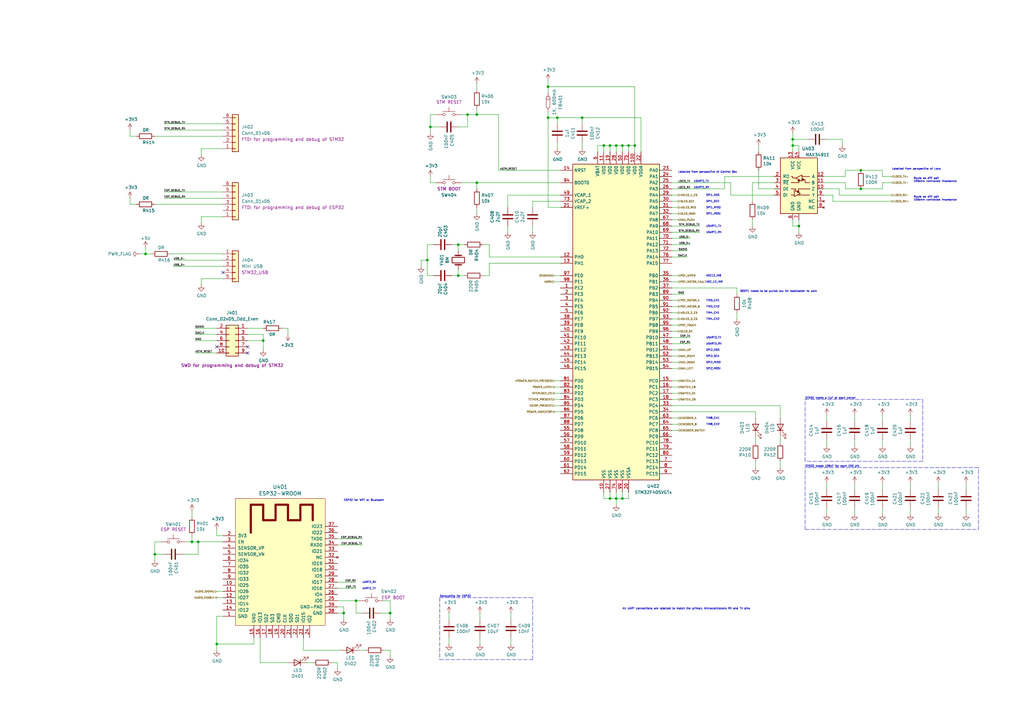
<source format=kicad_sch>
(kicad_sch (version 20211123) (generator eeschema)
  (paper "A3")
  (title_block (title "Control Box") (date "2020-12-15") (rev "vB") (comment 1 "EA") (comment 2 "MJ"))
  (junction (at 252.73 59.69))
  (junction (at 78.74 222.25))
  (junction (at 257.81 59.69))
  (junction (at 255.27 204.47))
  (junction (at 325.12 57.15))
  (junction (at 255.27 59.69))
  (junction (at 187.96 113.03))
  (junction (at 228.6 48.26))
  (junction (at 353.06 77.47))
  (junction (at 238.76 48.26))
  (junction (at 176.53 52.07))
  (junction (at 250.19 59.69))
  (junction (at 224.79 35.56))
  (junction (at 353.06 69.85))
  (junction (at 59.69 104.14))
  (junction (at 146.05 246.38))
  (junction (at 195.58 74.93))
  (junction (at 191.77 46.99))
  (junction (at 250.19 204.47))
  (junction (at 175.26 106.68))
  (junction (at 88.9 264.16))
  (junction (at 140.97 251.46))
  (junction (at 63.5 227.33))
  (junction (at 260.35 59.69))
  (junction (at 252.73 204.47))
  (junction (at 247.65 59.69))
  (junction (at 325.12 59.69))
  (junction (at 327.66 92.71))
  (junction (at 187.96 100.33))
  (junction (at 224.79 48.26))
  (junction (at 107.95 139.7))
  (junction (at 195.58 46.99))
  (junction (at 160.02 251.46))
  (junction (at 81.28 222.25))
  (no_connect (at 91.44 111.76))
  (no_connect (at 101.6 144.78))
  (no_connect (at 88.9 142.24))
  (no_connect (at 101.6 142.24))
  (wire (pts (xy 257.81 62.23) (xy 257.81 59.69)))
  (wire (pts (xy 275.59 115.57) (xy 278.13 115.57)))
  (wire (pts (xy 209.55 261.62) (xy 209.55 264.16)))
  (wire (pts (xy 204.47 46.99) (xy 204.47 69.85)))
  (wire (pts (xy 278.13 125.73) (xy 275.59 125.73)))
  (wire (pts (xy 229.87 163.83) (xy 227.33 163.83)))
  (wire (pts (xy 106.68 271.78) (xy 118.11 271.78)))
  (wire (pts (xy 339.09 57.15) (xy 345.44 57.15)))
  (wire (pts (xy 278.13 90.17) (xy 275.59 90.17)))
  (wire (pts (xy 247.65 62.23) (xy 247.65 59.69)))
  (wire (pts (xy 88.9 134.62) (xy 80.01 134.62)))
  (wire (pts (xy 252.73 204.47) (xy 252.73 207.01)))
  (wire (pts (xy 302.26 118.11) (xy 275.59 118.11)))
  (wire (pts (xy 147.32 266.7) (xy 149.86 266.7)))
  (wire (pts (xy 361.95 72.39) (xy 365.76 72.39)))
  (wire (pts (xy 146.05 246.38) (xy 147.32 246.38)))
  (wire (pts (xy 238.76 60.96) (xy 238.76 58.42)))
  (wire (pts (xy 82.55 60.96) (xy 91.44 60.96)))
  (wire (pts (xy 309.88 168.91) (xy 309.88 171.45)))
  (wire (pts (xy 361.95 77.47) (xy 361.95 74.93)))
  (wire (pts (xy 81.28 227.33) (xy 81.28 222.25)))
  (wire (pts (xy 88.9 245.11) (xy 91.44 245.11)))
  (wire (pts (xy 218.44 82.55) (xy 229.87 82.55)))
  (wire (pts (xy 187.96 113.03) (xy 190.5 113.03)))
  (wire (pts (xy 175.26 106.68) (xy 172.72 106.68)))
  (wire (pts (xy 350.52 182.88) (xy 350.52 180.34)))
  (wire (pts (xy 185.42 113.03) (xy 187.96 113.03)))
  (wire (pts (xy 104.14 261.62) (xy 104.14 264.16)))
  (wire (pts (xy 176.53 46.99) (xy 176.53 52.07)))
  (wire (pts (xy 337.82 72.39) (xy 346.71 72.39)))
  (wire (pts (xy 187.96 52.07) (xy 191.77 52.07)))
  (wire (pts (xy 184.15 261.62) (xy 184.15 264.16)))
  (wire (pts (xy 247.65 204.47) (xy 250.19 204.47)))
  (wire (pts (xy 63.5 227.33) (xy 67.31 227.33)))
  (wire (pts (xy 275.59 161.29) (xy 278.13 161.29)))
  (wire (pts (xy 350.52 172.72) (xy 350.52 170.18)))
  (wire (pts (xy 320.04 179.07) (xy 320.04 181.61)))
  (wire (pts (xy 195.58 46.99) (xy 204.47 46.99)))
  (wire (pts (xy 227.33 115.57) (xy 229.87 115.57)))
  (wire (pts (xy 325.12 59.69) (xy 325.12 62.23)))
  (wire (pts (xy 157.48 246.38) (xy 160.02 246.38)))
  (wire (pts (xy 187.96 102.87) (xy 187.96 100.33)))
  (wire (pts (xy 278.13 158.75) (xy 275.59 158.75)))
  (wire (pts (xy 78.74 212.09) (xy 78.74 209.55)))
  (polyline (pts (xy 218.44 270.51) (xy 218.44 245.11)))
  (wire (pts (xy 200.66 100.33) (xy 200.66 105.41)))
  (wire (pts (xy 317.5 80.01) (xy 299.72 80.01)))
  (wire (pts (xy 245.11 62.23) (xy 245.11 59.69)))
  (wire (pts (xy 78.74 219.71) (xy 78.74 222.25)))
  (wire (pts (xy 228.6 60.96) (xy 228.6 58.42)))
  (wire (pts (xy 88.9 252.73) (xy 88.9 264.16)))
  (wire (pts (xy 317.5 77.47) (xy 311.15 77.47)))
  (wire (pts (xy 275.59 97.79) (xy 283.21 97.79)))
  (wire (pts (xy 125.73 271.78) (xy 128.27 271.78)))
  (wire (pts (xy 337.82 77.47) (xy 344.17 77.47)))
  (wire (pts (xy 71.12 106.68) (xy 91.44 106.68)))
  (wire (pts (xy 53.34 55.88) (xy 53.34 53.34)))
  (polyline (pts (xy 330.2 189.23) (xy 330.2 163.83)))
  (wire (pts (xy 384.81 210.82) (xy 384.81 208.28)))
  (wire (pts (xy 275.59 100.33) (xy 283.21 100.33)))
  (wire (pts (xy 140.97 251.46) (xy 140.97 254)))
  (wire (pts (xy 198.12 100.33) (xy 200.66 100.33)))
  (wire (pts (xy 238.76 48.26) (xy 228.6 48.26)))
  (wire (pts (xy 245.11 59.69) (xy 247.65 59.69)))
  (wire (pts (xy 302.26 118.11) (xy 302.26 120.65)))
  (wire (pts (xy 156.21 251.46) (xy 160.02 251.46)))
  (wire (pts (xy 224.79 85.09) (xy 229.87 85.09)))
  (wire (pts (xy 160.02 251.46) (xy 160.02 254)))
  (wire (pts (xy 384.81 200.66) (xy 384.81 198.12)))
  (wire (pts (xy 275.59 82.55) (xy 278.13 82.55)))
  (wire (pts (xy 176.53 74.93) (xy 176.53 72.39)))
  (wire (pts (xy 341.63 80.01) (xy 341.63 82.55)))
  (wire (pts (xy 187.96 113.03) (xy 187.96 110.49)))
  (wire (pts (xy 308.61 74.93) (xy 308.61 82.55)))
  (wire (pts (xy 320.04 189.23) (xy 320.04 191.77)))
  (wire (pts (xy 82.55 114.3) (xy 82.55 116.84)))
  (wire (pts (xy 250.19 201.93) (xy 250.19 204.47)))
  (wire (pts (xy 59.69 104.14) (xy 59.69 101.6)))
  (wire (pts (xy 278.13 163.83) (xy 275.59 163.83)))
  (wire (pts (xy 373.38 172.72) (xy 373.38 170.18)))
  (wire (pts (xy 82.55 88.9) (xy 82.55 91.44)))
  (wire (pts (xy 218.44 82.55) (xy 218.44 85.09)))
  (wire (pts (xy 373.38 200.66) (xy 373.38 198.12)))
  (wire (pts (xy 320.04 166.37) (xy 320.04 171.45)))
  (wire (pts (xy 228.6 50.8) (xy 228.6 48.26)))
  (wire (pts (xy 138.43 241.3) (xy 146.05 241.3)))
  (wire (pts (xy 53.34 83.82) (xy 53.34 81.28)))
  (wire (pts (xy 88.9 252.73) (xy 91.44 252.73)))
  (wire (pts (xy 275.59 95.25) (xy 287.02 95.25)))
  (wire (pts (xy 55.88 55.88) (xy 53.34 55.88)))
  (wire (pts (xy 195.58 77.47) (xy 195.58 74.93)))
  (wire (pts (xy 361.95 74.93) (xy 365.76 74.93)))
  (wire (pts (xy 208.28 85.09) (xy 208.28 80.01)))
  (wire (pts (xy 224.79 33.02) (xy 224.79 35.56)))
  (wire (pts (xy 396.24 200.66) (xy 396.24 198.12)))
  (polyline (pts (xy 378.46 163.83) (xy 378.46 189.23)))
  (wire (pts (xy 67.31 81.28) (xy 91.44 81.28)))
  (wire (pts (xy 138.43 248.92) (xy 140.97 248.92)))
  (wire (pts (xy 339.09 182.88) (xy 339.09 180.34)))
  (wire (pts (xy 208.28 80.01) (xy 229.87 80.01)))
  (wire (pts (xy 160.02 266.7) (xy 160.02 269.24)))
  (wire (pts (xy 224.79 45.72) (xy 224.79 48.26)))
  (wire (pts (xy 361.95 200.66) (xy 361.95 198.12)))
  (wire (pts (xy 63.5 83.82) (xy 91.44 83.82)))
  (wire (pts (xy 78.74 222.25) (xy 81.28 222.25)))
  (wire (pts (xy 195.58 87.63) (xy 195.58 85.09)))
  (wire (pts (xy 200.66 105.41) (xy 229.87 105.41)))
  (wire (pts (xy 184.15 254) (xy 184.15 251.46)))
  (wire (pts (xy 255.27 204.47) (xy 255.27 201.93)))
  (wire (pts (xy 337.82 74.93) (xy 346.71 74.93)))
  (wire (pts (xy 297.18 72.39) (xy 297.18 77.47)))
  (wire (pts (xy 247.65 201.93) (xy 247.65 204.47)))
  (wire (pts (xy 88.9 137.16) (xy 80.01 137.16)))
  (wire (pts (xy 179.07 46.99) (xy 176.53 46.99)))
  (wire (pts (xy 107.95 139.7) (xy 101.6 139.7)))
  (wire (pts (xy 260.35 35.56) (xy 260.35 59.69)))
  (wire (pts (xy 311.15 77.47) (xy 311.15 69.85)))
  (wire (pts (xy 140.97 248.92) (xy 140.97 251.46)))
  (wire (pts (xy 247.65 59.69) (xy 250.19 59.69)))
  (wire (pts (xy 278.13 87.63) (xy 275.59 87.63)))
  (wire (pts (xy 76.2 222.25) (xy 78.74 222.25)))
  (polyline (pts (xy 218.44 245.11) (xy 180.34 245.11)))
  (wire (pts (xy 275.59 130.81) (xy 278.13 130.81)))
  (wire (pts (xy 361.95 172.72) (xy 361.95 170.18)))
  (wire (pts (xy 250.19 62.23) (xy 250.19 59.69)))
  (wire (pts (xy 308.61 90.17) (xy 308.61 92.71)))
  (wire (pts (xy 101.6 137.16) (xy 107.95 137.16)))
  (wire (pts (xy 138.43 223.52) (xy 148.59 223.52)))
  (wire (pts (xy 275.59 135.89) (xy 278.13 135.89)))
  (wire (pts (xy 63.5 227.33) (xy 63.5 229.87)))
  (wire (pts (xy 327.66 59.69) (xy 327.66 62.23)))
  (wire (pts (xy 275.59 102.87) (xy 281.94 102.87)))
  (wire (pts (xy 67.31 78.74) (xy 91.44 78.74)))
  (wire (pts (xy 176.53 52.07) (xy 180.34 52.07)))
  (wire (pts (xy 252.73 201.93) (xy 252.73 204.47)))
  (wire (pts (xy 346.71 74.93) (xy 346.71 77.47)))
  (wire (pts (xy 255.27 204.47) (xy 257.81 204.47)))
  (wire (pts (xy 57.15 104.14) (xy 59.69 104.14)))
  (wire (pts (xy 275.59 77.47) (xy 297.18 77.47)))
  (wire (pts (xy 275.59 171.45) (xy 278.13 171.45)))
  (wire (pts (xy 175.26 113.03) (xy 177.8 113.03)))
  (wire (pts (xy 309.88 191.77) (xy 309.88 189.23)))
  (wire (pts (xy 345.44 57.15) (xy 345.44 59.69)))
  (wire (pts (xy 311.15 62.23) (xy 311.15 59.69)))
  (wire (pts (xy 138.43 251.46) (xy 140.97 251.46)))
  (wire (pts (xy 361.95 182.88) (xy 361.95 180.34)))
  (wire (pts (xy 252.73 59.69) (xy 255.27 59.69)))
  (polyline (pts (xy 180.34 270.51) (xy 218.44 270.51)))
  (wire (pts (xy 262.89 62.23) (xy 262.89 48.26)))
  (wire (pts (xy 275.59 113.03) (xy 278.13 113.03)))
  (wire (pts (xy 346.71 77.47) (xy 353.06 77.47)))
  (wire (pts (xy 275.59 74.93) (xy 299.72 74.93)))
  (wire (pts (xy 275.59 140.97) (xy 283.21 140.97)))
  (wire (pts (xy 191.77 52.07) (xy 191.77 46.99)))
  (wire (pts (xy 317.5 74.93) (xy 308.61 74.93)))
  (wire (pts (xy 179.07 74.93) (xy 176.53 74.93)))
  (wire (pts (xy 275.59 123.19) (xy 278.13 123.19)))
  (wire (pts (xy 257.81 204.47) (xy 257.81 201.93)))
  (wire (pts (xy 189.23 74.93) (xy 195.58 74.93)))
  (wire (pts (xy 124.46 261.62) (xy 124.46 266.7)))
  (wire (pts (xy 327.66 59.69) (xy 325.12 59.69)))
  (wire (pts (xy 262.89 48.26) (xy 238.76 48.26)))
  (wire (pts (xy 327.66 95.25) (xy 327.66 92.71)))
  (wire (pts (xy 196.85 261.62) (xy 196.85 264.16)))
  (wire (pts (xy 138.43 246.38) (xy 146.05 246.38)))
  (wire (pts (xy 71.12 109.22) (xy 91.44 109.22)))
  (wire (pts (xy 229.87 168.91) (xy 227.33 168.91)))
  (wire (pts (xy 88.9 219.71) (xy 91.44 219.71)))
  (wire (pts (xy 208.28 92.71) (xy 208.28 95.25)))
  (wire (pts (xy 275.59 120.65) (xy 280.67 120.65)))
  (wire (pts (xy 88.9 139.7) (xy 80.01 139.7)))
  (wire (pts (xy 101.6 134.62) (xy 107.95 134.62)))
  (wire (pts (xy 82.55 88.9) (xy 91.44 88.9)))
  (wire (pts (xy 160.02 246.38) (xy 160.02 251.46)))
  (wire (pts (xy 325.12 57.15) (xy 325.12 59.69)))
  (wire (pts (xy 195.58 34.29) (xy 195.58 36.83)))
  (wire (pts (xy 275.59 128.27) (xy 278.13 128.27)))
  (wire (pts (xy 228.6 48.26) (xy 224.79 48.26)))
  (wire (pts (xy 275.59 92.71) (xy 287.02 92.71)))
  (polyline (pts (xy 330.2 217.17) (xy 401.32 217.17)))
  (wire (pts (xy 146.05 246.38) (xy 146.05 251.46)))
  (wire (pts (xy 172.72 106.68) (xy 172.72 109.22)))
  (wire (pts (xy 63.5 222.25) (xy 63.5 227.33)))
  (wire (pts (xy 63.5 55.88) (xy 91.44 55.88)))
  (wire (pts (xy 196.85 254) (xy 196.85 251.46)))
  (wire (pts (xy 299.72 74.93) (xy 299.72 80.01)))
  (wire (pts (xy 302.26 128.27) (xy 302.26 130.81)))
  (wire (pts (xy 325.12 90.17) (xy 325.12 92.71)))
  (wire (pts (xy 227.33 156.21) (xy 229.87 156.21)))
  (wire (pts (xy 275.59 138.43) (xy 283.21 138.43)))
  (wire (pts (xy 195.58 74.93) (xy 229.87 74.93)))
  (wire (pts (xy 337.82 80.01) (xy 341.63 80.01)))
  (wire (pts (xy 346.71 72.39) (xy 346.71 69.85)))
  (wire (pts (xy 138.43 271.78) (xy 138.43 274.32)))
  (wire (pts (xy 361.95 69.85) (xy 361.95 72.39)))
  (wire (pts (xy 250.19 204.47) (xy 252.73 204.47)))
  (wire (pts (xy 175.26 100.33) (xy 177.8 100.33)))
  (wire (pts (xy 238.76 50.8) (xy 238.76 48.26)))
  (wire (pts (xy 88.9 217.17) (xy 88.9 219.71)))
  (wire (pts (xy 138.43 220.98) (xy 148.59 220.98)))
  (wire (pts (xy 209.55 254) (xy 209.55 251.46)))
  (wire (pts (xy 327.66 92.71) (xy 327.66 90.17)))
  (wire (pts (xy 250.19 59.69) (xy 252.73 59.69)))
  (wire (pts (xy 275.59 156.21) (xy 278.13 156.21)))
  (wire (pts (xy 341.63 82.55) (xy 365.76 82.55)))
  (wire (pts (xy 275.59 166.37) (xy 320.04 166.37)))
  (wire (pts (xy 275.59 85.09) (xy 278.13 85.09)))
  (wire (pts (xy 124.46 266.7) (xy 139.7 266.7)))
  (polyline (pts (xy 378.46 189.23) (xy 330.2 189.23)))
  (wire (pts (xy 255.27 59.69) (xy 257.81 59.69)))
  (wire (pts (xy 82.55 60.96) (xy 82.55 63.5)))
  (wire (pts (xy 275.59 146.05) (xy 278.13 146.05)))
  (wire (pts (xy 104.14 264.16) (xy 88.9 264.16)))
  (wire (pts (xy 227.33 113.03) (xy 229.87 113.03)))
  (wire (pts (xy 350.52 210.82) (xy 350.52 208.28)))
  (polyline (pts (xy 401.32 191.77) (xy 330.2 191.77)))
  (wire (pts (xy 218.44 95.25) (xy 218.44 92.71)))
  (wire (pts (xy 373.38 182.88) (xy 373.38 180.34)))
  (wire (pts (xy 229.87 69.85) (xy 204.47 69.85)))
  (wire (pts (xy 69.85 104.14) (xy 91.44 104.14)))
  (wire (pts (xy 185.42 100.33) (xy 187.96 100.33)))
  (wire (pts (xy 175.26 100.33) (xy 175.26 106.68)))
  (wire (pts (xy 91.44 242.57) (xy 88.9 242.57)))
  (wire (pts (xy 107.95 137.16) (xy 107.95 139.7)))
  (wire (pts (xy 344.17 77.47) (xy 344.17 80.01)))
  (wire (pts (xy 361.95 210.82) (xy 361.95 208.28)))
  (wire (pts (xy 175.26 106.68) (xy 175.26 113.03)))
  (wire (pts (xy 275.59 80.01) (xy 278.13 80.01)))
  (wire (pts (xy 135.89 271.78) (xy 138.43 271.78)))
  (wire (pts (xy 275.59 151.13) (xy 278.13 151.13)))
  (wire (pts (xy 260.35 35.56) (xy 224.79 35.56)))
  (wire (pts (xy 107.95 143.51) (xy 107.95 139.7)))
  (wire (pts (xy 325.12 54.61) (xy 325.12 57.15)))
  (wire (pts (xy 88.9 264.16) (xy 88.9 266.7)))
  (wire (pts (xy 115.57 134.62) (xy 118.11 134.62)))
  (wire (pts (xy 297.18 72.39) (xy 317.5 72.39)))
  (polyline (pts (xy 330.2 217.17) (xy 330.2 191.77)))
  (wire (pts (xy 67.31 53.34) (xy 91.44 53.34)))
  (polyline (pts (xy 180.34 245.11) (xy 180.34 270.51)))
  (wire (pts (xy 278.13 148.59) (xy 275.59 148.59)))
  (wire (pts (xy 339.09 200.66) (xy 339.09 198.12)))
  (wire (pts (xy 353.06 69.85) (xy 361.95 69.85)))
  (wire (pts (xy 339.09 172.72) (xy 339.09 170.18)))
  (wire (pts (xy 176.53 54.61) (xy 176.53 52.07)))
  (wire (pts (xy 91.44 222.25) (xy 81.28 222.25)))
  (wire (pts (xy 82.55 114.3) (xy 91.44 114.3)))
  (wire (pts (xy 331.47 57.15) (xy 325.12 57.15)))
  (wire (pts (xy 257.81 59.69) (xy 260.35 59.69)))
  (wire (pts (xy 200.66 107.95) (xy 200.66 113.03)))
  (wire (pts (xy 63.5 222.25) (xy 66.04 222.25)))
  (wire (pts (xy 62.23 104.14) (xy 59.69 104.14)))
  (wire (pts (xy 157.48 266.7) (xy 160.02 266.7)))
  (wire (pts (xy 187.96 100.33) (xy 190.5 100.33)))
  (wire (pts (xy 252.73 204.47) (xy 255.27 204.47)))
  (wire (pts (xy 189.23 46.99) (xy 191.77 46.99)))
  (wire (pts (xy 396.24 210.82) (xy 396.24 208.28)))
  (polyline (pts (xy 401.32 217.17) (xy 401.32 191.77)))
  (wire (pts (xy 55.88 83.82) (xy 53.34 83.82)))
  (wire (pts (xy 275.59 168.91) (xy 309.88 168.91)))
  (wire (pts (xy 224.79 35.56) (xy 224.79 38.1)))
  (wire (pts (xy 88.9 144.78) (xy 80.01 144.78)))
  (wire (pts (xy 224.79 48.26) (xy 224.79 85.09)))
  (wire (pts (xy 200.66 113.03) (xy 198.12 113.03)))
  (wire (pts (xy 350.52 200.66) (xy 350.52 198.12)))
  (wire (pts (xy 344.17 80.01) (xy 365.76 80.01)))
  (wire (pts (xy 138.43 238.76) (xy 146.05 238.76)))
  (wire (pts (xy 191.77 46.99) (xy 195.58 46.99)))
  (wire (pts (xy 278.13 173.99) (xy 275.59 173.99)))
  (wire (pts (xy 275.59 105.41) (xy 281.94 105.41)))
  (wire (pts (xy 275.59 176.53) (xy 278.13 176.53)))
  (wire (pts (xy 227.33 166.37) (xy 229.87 166.37)))
  (wire (pts (xy 195.58 46.99) (xy 195.58 44.45)))
  (wire (pts (xy 229.87 158.75) (xy 227.33 158.75)))
  (wire (pts (xy 67.31 50.8) (xy 91.44 50.8)))
  (wire (pts (xy 106.68 261.62) (xy 106.68 271.78)))
  (wire (pts (xy 260.35 62.23) (xy 260.35 59.69)))
  (wire (pts (xy 309.88 179.07) (xy 309.88 181.61)))
  (wire (pts (xy 81.28 227.33) (xy 74.93 227.33)))
  (wire (pts (xy 339.09 210.82) (xy 339.09 208.28)))
  (wire (pts (xy 275.59 133.35) (xy 278.13 133.35)))
  (wire (pts (xy 148.59 251.46) (xy 146.05 251.46)))
  (wire (pts (xy 200.66 107.95) (xy 229.87 107.95)))
  (wire (pts (xy 255.27 62.23) (xy 255.27 59.69)))
  (wire (pts (xy 252.73 62.23) (xy 252.73 59.69)))
  (wire (pts (xy 373.38 210.82) (xy 373.38 208.28)))
  (wire (pts (xy 227.33 161.29) (xy 229.87 161.29)))
  (wire (pts (xy 118.11 134.62) (xy 118.11 137.16)))
  (wire (pts (xy 353.06 77.47) (xy 361.95 77.47)))
  (wire (pts (xy 278.13 143.51) (xy 275.59 143.51)))
  (polyline (pts (xy 330.2 163.83) (xy 378.46 163.83)))
  (wire (pts (xy 346.71 69.85) (xy 353.06 69.85)))
  (wire (pts (xy 325.12 92.71) (xy 327.66 92.71)))
  (text "USART2_RX" (at 284.48 77.47 0) (effects (font (size 0.762 0.762)) (justify left bottom)))
  (text "TIM4_CH2" (at 289.56 131.445 0) (effects (font (size 0.762 0.762)) (justify left bottom)))
  (text "ADC12_IN8" (at 289.56 113.665 0) (effects (font (size 0.762 0.762)) (justify left bottom)))
  (text "Labelled from perspective of Control Box" (at 278.13 71.12 0) (effects (font (size 0.762 0.762)) (justify left bottom)))
  (text "SPI1_MOSI" (at 289.56 88.265 0) (effects (font (size 0.762 0.762)) (justify left bottom)))
  (text "Route as diff pair\n100ohm controlled impedance" (at 374.65 74.93 0) (effects (font (size 0.762 0.762)) (justify left bottom)))
  (text "Route as diff pair\n100ohm controlled impedance" (at 374.65 82.55 0) (effects (font (size 0.762 0.762)) (justify left bottom)))
  (text "SPI1_MISO" (at 289.56 85.725 0) (effects (font (size 0.762 0.762)) (justify left bottom)))
  (text "STM32 needs a 1uF at each corner" (at 330.2 163.83 0) (effects (font (size 0.762 0.762)) (justify left bottom)))
  (text "All UART connections are labelled to match the primary microcontrollers RX and TX pins" (at 255.27 250.19 0) (effects (font (size 0.762 0.762)) (justify left bottom)))
  (text "ADC_12_IN9" (at 289.56 116.205 0) (effects (font (size 0.762 0.762)) (justify left bottom)))
  (text "Labelled from perspective of Loco" (at 365.76 69.85 0) (effects (font (size 0.762 0.762)) (justify left bottom)))
  (text "USART2_TX" (at 284.48 74.93 0) (effects (font (size 0.762 0.762)) (justify left bottom)))
  (text "Decoupling for ESP32" (at 180.34 245.11 0) (effects (font (size 0.762 0.762)) (justify left bottom)))
  (text "SPI2_NSS" (at 289.56 144.145 0) (effects (font (size 0.762 0.762)) (justify left bottom)))
  (text "UART2_RX" (at 148.59 239.395 0) (effects (font (size 0.762 0.762)) (justify left bottom)))
  (text "TIM4_CH1" (at 289.56 128.905 0) (effects (font (size 0.762 0.762)) (justify left bottom)))
  (text "USART1_TX" (at 289.56 93.345 0) (effects (font (size 0.762 0.762)) (justify left bottom)))
  (text "UART2_TX" (at 148.59 241.935 0) (effects (font (size 0.762 0.762)) (justify left bottom)))
  (text "TIM8_CH2" (at 289.56 174.625 0) (effects (font (size 0.762 0.762)) (justify left bottom)))
  (text "SPI1_NSS" (at 289.56 80.645 0) (effects (font (size 0.762 0.762)) (justify left bottom)))
  (text "TIM3_CH2" (at 289.56 126.365 0) (effects (font (size 0.762 0.762)) (justify left bottom)))
  (text "USART3_TX" (at 289.56 139.065 0) (effects (font (size 0.762 0.762)) (justify left bottom)))
  (text "SPI2_SCK" (at 289.56 146.685 0) (effects (font (size 0.762 0.762)) (justify left bottom)))
  (text "TIM3_CH1" (at 289.56 123.825 0) (effects (font (size 0.762 0.762)) (justify left bottom)))
  (text "TIM8_CH1" (at 289.56 172.085 0) (effects (font (size 0.762 0.762)) (justify left bottom)))
  (text "ESP32 for WiFi or Bluetooth" (at 140.97 205.74 0) (effects (font (size 0.762 0.762)) (justify left bottom)))
  (text "BOOT1 needs to be pulled low for bootloader to work" (at 303.53 120.015 0) (effects (font (size 0.762 0.762)) (justify left bottom)))
  (text "USART1_RX" (at 289.56 95.885 0) (effects (font (size 0.762 0.762)) (justify left bottom)))
  (text "SPI1_SCK" (at 289.56 83.185 0) (effects (font (size 0.762 0.762)) (justify left bottom)))
  (text "SPI2_MOSI" (at 289.56 151.765 0) (effects (font (size 0.762 0.762)) (justify left bottom)))
  (text "STM32 needs 100nF for each VDD pin" (at 330.2 191.77 0) (effects (font (size 0.762 0.762)) (justify left bottom)))
  (text "SPI2_MISO" (at 289.56 149.225 0) (effects (font (size 0.762 0.762)) (justify left bottom)))
  (text "USART3_RX" (at 289.56 141.605 0) (effects (font (size 0.762 0.762)) (justify left bottom)))
  (label "SWO" (at 80.01 139.7 0) (effects (font (size 0.762 0.762))))
  (label "ESP_TX" (at 146.05 241.3 180) (effects (font (size 0.762 0.762))))
  (label "STM_DEBUG_RX" (at 287.02 95.25 180) (effects (font (size 0.762 0.762))))
  (label "ESP_RX" (at 283.21 140.97 180) (effects (font (size 0.762 0.762))))
  (label "ESP_DEBUG_TX" (at 67.31 78.74 0) (effects (font (size 0.762 0.762))))
  (label "nSTM_RESET" (at 212.09 69.85 180) (effects (font (size 0.762 0.762))))
  (label "USB_D-" (at 71.12 106.68 0) (effects (font (size 0.762 0.762))))
  (label "LOCO_TX" (at 283.21 74.93 180) (effects (font (size 0.762 0.762))))
  (label "SWDIO" (at 80.01 134.62 0) (effects (font (size 0.762 0.762))))
  (label "USB_D-" (at 283.21 97.79 180) (effects (font (size 0.762 0.762))))
  (label "ESP_TX" (at 283.21 138.43 180) (effects (font (size 0.762 0.762))))
  (label "USB_D+" (at 71.12 109.22 0) (effects (font (size 0.762 0.762))))
  (label "SWCLK" (at 281.94 105.41 180) (effects (font (size 0.762 0.762))))
  (label "ESP_DEBUG_RX" (at 67.31 81.28 0) (effects (font (size 0.762 0.762))))
  (label "nSTM_RESET" (at 80.01 144.78 0) (effects (font (size 0.762 0.762))))
  (label "USB_D+" (at 283.21 100.33 180) (effects (font (size 0.762 0.762))))
  (label "SWO" (at 280.67 120.65 180) (effects (font (size 0.762 0.762))))
  (label "STM_DEBUG_TX" (at 287.02 92.71 180) (effects (font (size 0.762 0.762))))
  (label "STM_DEBUG_TX" (at 67.31 50.8 0) (effects (font (size 0.762 0.762))))
  (label "SWDIO" (at 281.94 102.87 180) (effects (font (size 0.762 0.762))))
  (label "ESP_DEBUG_TX" (at 148.59 223.52 180) (effects (font (size 0.762 0.762))))
  (label "ESP_DEBUG_RX" (at 148.59 220.98 180) (effects (font (size 0.762 0.762))))
  (label "LOCO_RX" (at 283.21 77.47 180) (effects (font (size 0.762 0.762))))
  (label "STM_DEBUG_RX" (at 67.31 53.34 0) (effects (font (size 0.762 0.762))))
  (label "ESP_RX" (at 146.05 238.76 180) (effects (font (size 0.762 0.762))))
  (label "SWCLK" (at 80.01 137.16 0) (effects (font (size 0.762 0.762))))
  (hierarchical_label "ENCODER_SWITCH" (shape input) (at 278.13 176.53 0) (effects (font (size 0.762 0.762))))
  (hierarchical_label "SWITCH_1A" (shape input) (at 278.13 156.21 0) (effects (font (size 0.762 0.762))))
  (hierarchical_label "TETHER_PRESENT" (shape input) (at 227.33 163.83 180) (effects (font (size 0.762 0.762))))
  (hierarchical_label "NAV_RIGHT" (shape input) (at 278.13 146.05 0) (effects (font (size 0.762 0.762))))
  (hierarchical_label "nOLED_3_CS" (shape output) (at 278.13 130.81 0) (effects (font (size 0.762 0.762))))
  (hierarchical_label "nOLED_1_CS" (shape output) (at 278.13 80.01 0) (effects (font (size 0.762 0.762))))
  (hierarchical_label "DEADMAN" (shape input) (at 227.33 113.03 180) (effects (font (size 0.762 0.762))))
  (hierarchical_label "SWITCH_2B" (shape input) (at 278.13 163.83 0) (effects (font (size 0.762 0.762))))
  (hierarchical_label "nOLED_2_CS" (shape output) (at 278.13 128.27 0) (effects (font (size 0.762 0.762))))
  (hierarchical_label "NAV_PUSH" (shape input) (at 278.13 90.17 0) (effects (font (size 0.762 0.762))))
  (hierarchical_label "POWER_LATCH" (shape output) (at 227.33 158.75 180) (effects (font (size 0.762 0.762))))
  (hierarchical_label "OLED_MOSI" (shape output) (at 278.13 87.63 0) (effects (font (size 0.762 0.762))))
  (hierarchical_label "AUDIO_ENABLE" (shape output) (at 88.9 245.11 180) (effects (font (size 0.762 0.762))))
  (hierarchical_label "LOCO_TX-" (shape input) (at 365.76 74.93 0) (effects (font (size 0.762 0.762))))
  (hierarchical_label "LOCO_RX+" (shape output) (at 365.76 82.55 0) (effects (font (size 0.762 0.762))))
  (hierarchical_label "SWITCH_2A" (shape input) (at 278.13 161.29 0) (effects (font (size 0.762 0.762))))
  (hierarchical_label "nPOWER_SWITCH_PRESSED" (shape input) (at 227.33 156.21 180) (effects (font (size 0.762 0.762))))
  (hierarchical_label "POT_MOTOR_FAULT" (shape input) (at 278.13 115.57 0) (effects (font (size 0.762 0.762))))
  (hierarchical_label "NAV_DOWN" (shape input) (at 278.13 148.59 0) (effects (font (size 0.762 0.762))))
  (hierarchical_label "NAV_UP" (shape input) (at 278.13 143.51 0) (effects (font (size 0.762 0.762))))
  (hierarchical_label "nOLED_RES" (shape output) (at 278.13 85.09 0) (effects (font (size 0.762 0.762))))
  (hierarchical_label "POT_MOTOR_A" (shape output) (at 278.13 123.19 0) (effects (font (size 0.762 0.762))))
  (hierarchical_label "SWITCH_1B" (shape input) (at 278.13 158.75 0) (effects (font (size 0.762 0.762))))
  (hierarchical_label "LOCO_RX-" (shape output) (at 365.76 80.01 0) (effects (font (size 0.762 0.762))))
  (hierarchical_label "ENCODER_A" (shape input) (at 278.13 171.45 0) (effects (font (size 0.762 0.762))))
  (hierarchical_label "LOCO_TX+" (shape input) (at 365.76 72.39 0) (effects (font (size 0.762 0.762))))
  (hierarchical_label "OLED_DC" (shape output) (at 278.13 135.89 0) (effects (font (size 0.762 0.762))))
  (hierarchical_label "ESTOP_PRESENT" (shape input) (at 227.33 166.37 180) (effects (font (size 0.762 0.762))))
  (hierarchical_label "NAV_LEFT" (shape input) (at 278.13 151.13 0) (effects (font (size 0.762 0.762))))
  (hierarchical_label "OLED_SCK" (shape output) (at 278.13 82.55 0) (effects (font (size 0.762 0.762))))
  (hierarchical_label "INTERLOCK_EN" (shape output) (at 227.33 161.29 180) (effects (font (size 0.762 0.762))))
  (hierarchical_label "POT_TOUCH" (shape input) (at 278.13 133.35 0) (effects (font (size 0.762 0.762))))
  (hierarchical_label "POWER_INDICATOR" (shape output) (at 227.33 168.91 180) (effects (font (size 0.762 0.762))))
  (hierarchical_label "POT_WIPER" (shape input) (at 278.13 113.03 0) (effects (font (size 0.762 0.762))))
  (hierarchical_label "HORN" (shape input) (at 227.33 115.57 180) (effects (font (size 0.762 0.762))))
  (hierarchical_label "AUDIO_SIGNAL" (shape input) (at 88.9 242.57 180) (effects (font (size 0.762 0.762))))
  (hierarchical_label "ENCODER_B" (shape input) (at 278.13 173.99 0) (effects (font (size 0.762 0.762))))
  (hierarchical_label "POT_MOTOR_B" (shape output) (at 278.13 125.73 0) (effects (font (size 0.762 0.762))))
  (symbol (lib_id "RCAS_Microcontrollers:STM32F405VGTx") (at 252.73 130.81 0) (unit 1)
    (property "Reference" "U402" (at 267.97 199.39 0))
    (property "Value" "STM32F405VGTx" (at 267.97 201.93 0))
    (property "Footprint" "RCAS_Package_QFP:LQFP-100_14x14mm_P0.5mm" (effects hide))
    (property "Datasheet" "http://www.st.com/st-web-ui/static/active/en/resource/technical/document/datasheet/DM00037051.pdf" (effects hide))
    (property "LCSC" "C56621" (effects hide))
    (property "Basic/Extended" "Basic" (effects hide))
  )
  (symbol (lib_id "RCAS_Power_Symbols:GND") (at 252.73 207.01 0) (unit 1)
    (property "Reference" "#PWR0433" (effects hide))
    (property "Value" "GND" (at 252.857 211.4042 0))
  )
  (symbol (lib_id "RCAS_Passives:Resistor") (at 302.26 124.46 180) (unit 1)
    (property "Reference" "R408" (at 307.5178 124.46 90))
    (property "Value" "10k" (at 305.2064 124.46 90))
    (property "Footprint" "RCAS_Resistor_SMD:R_0603_1608Metric_Pad1.05x0.95mm_HandSolder" (effects hide))
    (property "Basic/Extended" "Basic" (effects hide))
    (property "LCSC" "C25804" (effects hide))
  )
  (symbol (lib_id "RCAS_Power_Symbols:GND") (at 302.26 130.81 0) (unit 1)
    (property "Reference" "#PWR0434" (effects hide))
    (property "Value" "GND" (at 302.387 134.0612 90) (effects (justify right)))
  )
  (symbol (lib_id "RCAS_Passives:Resistor") (at 195.58 81.28 0) (unit 1)
    (property "Reference" "R407" (at 197.358 80.1116 0) (effects (justify left)))
    (property "Value" "10k" (at 197.358 82.423 0) (effects (justify left)))
    (property "Footprint" "RCAS_Resistor_SMD:R_0603_1608Metric_Pad1.05x0.95mm_HandSolder" (effects hide))
    (property "Basic/Extended" "Basic" (effects hide))
    (property "LCSC" "C25804" (effects hide))
  )
  (symbol (lib_id "RCAS_Switches:SW_Push") (at 184.15 74.93 0) (unit 1)
    (property "Reference" "SW404" (at 184.15 80.01 0))
    (property "Value" "SMD Tactile" (effects hide))
    (property "Footprint" "RCAS_Button_Switch_SMD:SW_SPST_SKQG_WithoutStem" (effects hide))
    (property "Basic/Extended" "Extended" (effects hide))
    (property "LCSC" "C318889" (effects hide))
    (property "Label" "STM BOOT" (at 184.15 77.47 0))
  )
  (symbol (lib_id "RCAS_Passives:Resistor") (at 195.58 40.64 0) (unit 1)
    (property "Reference" "R406" (at 197.358 39.4716 0) (effects (justify left)))
    (property "Value" "10k" (at 197.358 41.783 0) (effects (justify left)))
    (property "Footprint" "RCAS_Resistor_SMD:R_0603_1608Metric_Pad1.05x0.95mm_HandSolder" (effects hide))
    (property "Basic/Extended" "Basic" (effects hide))
    (property "LCSC" "C25804" (effects hide))
  )
  (symbol (lib_id "RCAS_Switches:SW_Push") (at 184.15 46.99 0) (unit 1)
    (property "Reference" "SW403" (at 184.15 39.751 0))
    (property "Value" "SMD Tactile" (effects hide))
    (property "Footprint" "RCAS_Button_Switch_SMD:SW_SPST_SKQG_WithoutStem" (effects hide))
    (property "Basic/Extended" "Extended" (effects hide))
    (property "LCSC" "C318889" (effects hide))
    (property "Label" "STM RESET" (at 184.15 41.91 0))
  )
  (symbol (lib_id "RCAS_Power_Symbols:GND") (at 195.58 87.63 0) (unit 1)
    (property "Reference" "#PWR0423" (effects hide))
    (property "Value" "GND" (at 195.707 90.8812 90) (effects (justify right)))
  )
  (symbol (lib_id "RCAS_Power_Symbols:GND") (at 176.53 54.61 0) (unit 1)
    (property "Reference" "#PWR0418" (effects hide))
    (property "Value" "GND" (at 176.657 57.8612 90) (effects (justify right)))
  )
  (symbol (lib_id "RCAS_Power_Symbols:+3V3") (at 176.53 72.39 0) (unit 1)
    (property "Reference" "#PWR0419" (effects hide))
    (property "Value" "+3V3" (at 176.911 67.9958 0))
  )
  (symbol (lib_id "RCAS_Power_Symbols:+3V3") (at 195.58 34.29 0) (unit 1)
    (property "Reference" "#PWR0422" (effects hide))
    (property "Value" "+3V3" (at 195.961 29.8958 0))
  )
  (symbol (lib_id "RCAS_Passives:Capacitor") (at 208.28 88.9 0) (unit 1)
    (property "Reference" "C408" (at 201.8792 88.9 90))
    (property "Value" "2u2F" (at 204.1906 88.9 90))
    (property "Footprint" "RCAS_Capacitor_SMD:C_0603_1608Metric" (effects hide))
    (property "Basic/Extended" "Basic" (effects hide))
    (property "LCSC" "C23630" (effects hide))
  )
  (symbol (lib_id "RCAS_Passives:Capacitor") (at 218.44 88.9 0) (mirror x) (unit 1)
    (property "Reference" "C410" (at 212.0392 88.9 90))
    (property "Value" "2u2F" (at 214.3506 88.9 90))
    (property "Footprint" "RCAS_Capacitor_SMD:C_0603_1608Metric" (effects hide))
    (property "Basic/Extended" "Basic" (effects hide))
    (property "LCSC" "C23630" (effects hide))
  )
  (symbol (lib_id "RCAS_Interface:MAX3491E") (at 327.66 74.93 0) (unit 1)
    (property "Reference" "U403" (at 331.47 60.96 0))
    (property "Value" "MAX3491E" (at 335.28 63.5 0))
    (property "Footprint" "RCAS_Package_SO:SOIC-14_3.9x8.7mm_P1.27mm" (effects hide))
    (property "Description" "Full Duplex Tranceiver RS422/485, 14-SOIC" (effects hide))
    (property "Manufacturer Part Number" "MAX3491EESD" (effects hide))
    (property "Supplier" "DigiKey" (effects hide))
    (property "Supplier Part Number" "	MAX3491EESD+TCT-ND" (effects hide))
    (property "Cost" "£4.09" (effects hide))
    (property "Basic/Extended" "Extended" (effects hide))
    (property "LCSC" "C61053" (effects hide))
    (property "Manufacturer" "	Maxim Integrated" (effects hide))
  )
  (symbol (lib_id "RCAS_Power_Symbols:GND") (at 208.28 95.25 0) (unit 1)
    (property "Reference" "#PWR0426" (effects hide))
    (property "Value" "GND" (at 208.407 98.5012 90) (effects (justify right)))
  )
  (symbol (lib_id "RCAS_Passives:Crystal") (at 187.96 106.68 90) (mirror x) (unit 1)
    (property "Reference" "Y401" (at 181.1528 106.68 0))
    (property "Value" "8M" (at 183.4642 106.68 0))
    (property "Footprint" "RCAS_Crystal:Crystal_SMD_5032-2Pin_5.0x3.2mm_HandSoldering" (effects hide))
    (property "Basic/Extended" "Basic" (effects hide))
    (property "LCSC" "C115962" (effects hide))
  )
  (symbol (lib_id "RCAS_Passives:Capacitor") (at 181.61 100.33 270) (mirror x) (unit 1)
    (property "Reference" "C403" (at 182.7784 97.409 0) (effects (justify left)))
    (property "Value" "20pF" (at 180.467 97.409 0) (effects (justify left)))
    (property "Footprint" "RCAS_Capacitor_SMD:C_0603_1608Metric" (effects hide))
    (property "Basic/Extended" "Basic" (effects hide))
    (property "LCSC" "C1648" (effects hide))
  )
  (symbol (lib_id "RCAS_Passives:Capacitor") (at 181.61 113.03 270) (unit 1)
    (property "Reference" "C404" (at 182.7784 115.951 0) (effects (justify left)))
    (property "Value" "20pF" (at 180.467 115.951 0) (effects (justify left)))
    (property "Footprint" "RCAS_Capacitor_SMD:C_0603_1608Metric" (effects hide))
    (property "Basic/Extended" "Basic" (effects hide))
    (property "LCSC" "C1648" (effects hide))
  )
  (symbol (lib_id "RCAS_Power_Symbols:GND") (at 327.66 95.25 0) (unit 1)
    (property "Reference" "#PWR0440" (effects hide))
    (property "Value" "GND" (at 327.787 99.6442 0))
  )
  (symbol (lib_id "RCAS_Power_Symbols:+3V3") (at 325.12 54.61 0) (unit 1)
    (property "Reference" "#PWR0439" (effects hide))
    (property "Value" "+3V3" (at 325.501 50.2158 0))
  )
  (symbol (lib_id "RCAS_Passives:Capacitor") (at 335.28 57.15 270) (unit 1)
    (property "Reference" "C413" (at 335.28 50.7492 90))
    (property "Value" "100nF" (at 335.28 53.0606 90))
    (property "Footprint" "RCAS_Capacitor_SMD:C_0603_1608Metric" (effects hide))
    (property "Basic/Extended" "Basic" (effects hide))
    (property "LCSC" "C14663" (effects hide))
  )
  (symbol (lib_id "RCAS_Connectors_Generic:Conn_01x05") (at 96.52 109.22 0) (unit 1)
    (property "Reference" "J404" (at 99.06 106.68 0) (effects (justify left)))
    (property "Value" "Mini USB" (at 99.06 109.22 0) (effects (justify left)))
    (property "Footprint" "RCAS_Connector_USB:USB_Mini-B_Wuerth_65100516121_Horizontal" (effects hide))
    (property "Label" "STM32_USB" (at 99.06 111.76 0) (effects (justify left)))
    (property "Description" "USB for programming STM32" (effects hide))
    (property "Cost" "£1.67" (effects hide))
    (property "Manufacturer" "Molex" (effects hide))
    (property "Manufacturer Part Number" "0548191572" (effects hide))
    (property "Supplier" "DigiKey" (effects hide))
    (property "Supplier Part Number" "WM6794CT-ND" (effects hide))
  )
  (symbol (lib_id "RCAS_Power_Symbols:+5V0") (at 59.69 101.6 0) (unit 1)
    (property "Reference" "#PWR0409" (effects hide))
    (property "Value" "+5V0" (at 59.69 97.79 0))
  )
  (symbol (lib_id "RCAS_Power_Symbols:GND") (at 82.55 116.84 0) (unit 1)
    (property "Reference" "#PWR0410" (effects hide))
    (property "Value" "GND" (at 82.677 121.2342 0))
  )
  (symbol (lib_id "RCAS_Power_Symbols:GND") (at 82.55 91.44 0) (unit 1)
    (property "Reference" "#PWR0408" (effects hide))
    (property "Value" "GND" (at 82.677 95.8342 0))
  )
  (symbol (lib_id "RCAS_Power_Symbols:GND") (at 82.55 63.5 0) (unit 1)
    (property "Reference" "#PWR0406" (effects hide))
    (property "Value" "GND" (at 82.677 67.8942 0))
  )
  (symbol (lib_id "RCAS_Power_Symbols:GND") (at 172.72 109.22 0) (unit 1)
    (property "Reference" "#PWR0417" (effects hide))
    (property "Value" "GND" (at 172.847 112.4712 90) (effects (justify right)))
  )
  (symbol (lib_id "RCAS_Power_Symbols:GND") (at 218.44 95.25 0) (unit 1)
    (property "Reference" "#PWR0429" (effects hide))
    (property "Value" "GND" (at 218.567 98.5012 90) (effects (justify right)))
  )
  (symbol (lib_id "RCAS_Power_Symbols:GND") (at 345.44 59.69 0) (unit 1)
    (property "Reference" "#PWR0445" (effects hide))
    (property "Value" "GND" (at 345.567 64.0842 0))
  )
  (symbol (lib_id "RCAS_Passives:Resistor") (at 308.61 86.36 0) (unit 1)
    (property "Reference" "R409" (at 310.388 85.1916 0) (effects (justify left)))
    (property "Value" "10k" (at 310.388 87.503 0) (effects (justify left)))
    (property "Footprint" "RCAS_Resistor_SMD:R_0603_1608Metric_Pad1.05x0.95mm_HandSolder" (effects hide))
    (property "Basic/Extended" "Basic" (effects hide))
    (property "LCSC" "C25804" (effects hide))
  )
  (symbol (lib_id "RCAS_Passives:Resistor") (at 311.15 66.04 0) (unit 1)
    (property "Reference" "R411" (at 312.928 64.8716 0) (effects (justify left)))
    (property "Value" "10k" (at 312.928 67.183 0) (effects (justify left)))
    (property "Footprint" "RCAS_Resistor_SMD:R_0603_1608Metric_Pad1.05x0.95mm_HandSolder" (effects hide))
    (property "Basic/Extended" "Basic" (effects hide))
    (property "LCSC" "C25804" (effects hide))
  )
  (symbol (lib_id "RCAS_Microcontrollers:ESP32-WROOM") (at 115.57 234.95 0) (unit 1)
    (property "Reference" "U401" (at 114.935 199.7202 0) (effects (font (size 1.524 1.524))))
    (property "Value" "ESP32-WROOM" (at 114.935 202.4126 0) (effects (font (size 1.524 1.524))))
    (property "Footprint" "RCAS_Module:ESP32-WROOM" (effects hide))
    (property "Cost" "£2.46" (effects hide))
    (property "Manufacturer" "Espressif Systems" (effects hide))
    (property "Manufacturer Part Number" "ESP32-WROOM-32E" (effects hide))
    (property "Supplier" "DigiKey" (effects hide))
    (property "Supplier Part Number" "1965-ESP32-WROOM-32E(M113EH6400PH3Q0)CT-ND" (effects hide))
  )
  (symbol (lib_id "RCAS_Power_Symbols:+3V3") (at 88.9 217.17 0) (unit 1)
    (property "Reference" "#PWR0411" (effects hide))
    (property "Value" "+3V3" (at 89.281 212.7758 0))
  )
  (symbol (lib_id "RCAS_Power_Symbols:GND") (at 88.9 266.7 0) (unit 1)
    (property "Reference" "#PWR0412" (effects hide))
    (property "Value" "GND" (at 89.027 271.0942 0))
  )
  (symbol (lib_id "RCAS_Power_Symbols:+3V3") (at 311.15 59.69 0) (unit 1)
    (property "Reference" "#PWR0437" (effects hide))
    (property "Value" "+3V3" (at 311.531 55.2958 0))
  )
  (symbol (lib_id "RCAS_Power_Symbols:GND") (at 308.61 92.71 0) (unit 1)
    (property "Reference" "#PWR0435" (effects hide))
    (property "Value" "GND" (at 308.737 97.1042 0))
  )
  (symbol (lib_id "RCAS_Passives:Resistor") (at 78.74 215.9 0) (unit 1)
    (property "Reference" "R401" (at 80.518 214.7316 0) (effects (justify left)))
    (property "Value" "10k" (at 80.518 217.043 0) (effects (justify left)))
    (property "Footprint" "RCAS_Resistor_SMD:R_0603_1608Metric_Pad1.05x0.95mm_HandSolder" (effects hide))
    (property "Basic/Extended" "Basic" (effects hide))
    (property "LCSC" "C25804" (effects hide))
  )
  (symbol (lib_id "RCAS_Passives:Capacitor") (at 71.12 227.33 270) (unit 1)
    (property "Reference" "C401" (at 72.2884 230.251 0) (effects (justify left)))
    (property "Value" "100nF" (at 69.977 230.251 0) (effects (justify left)))
    (property "Footprint" "RCAS_Capacitor_SMD:C_0603_1608Metric" (effects hide))
    (property "Basic/Extended" "Basic" (effects hide))
    (property "LCSC" "C14663" (effects hide))
  )
  (symbol (lib_id "RCAS_Switches:SW_Push") (at 152.4 246.38 0) (unit 1)
    (property "Reference" "SW402" (at 156.21 242.57 0) (effects (justify left)))
    (property "Value" "SMD Tactile" (effects hide))
    (property "Footprint" "RCAS_Button_Switch_SMD:SW_SPST_SKQG_WithoutStem" (effects hide))
    (property "Basic/Extended" "Extended" (effects hide))
    (property "LCSC" "C318889" (effects hide))
    (property "Label" "ESP BOOT" (at 161.29 245.11 0))
  )
  (symbol (lib_id "RCAS_Power_Symbols:GND") (at 140.97 254 0) (unit 1)
    (property "Reference" "#PWR0414" (effects hide))
    (property "Value" "GND" (at 141.097 258.3942 0))
  )
  (symbol (lib_id "RCAS_Passives:Resistor") (at 353.06 73.66 180) (unit 1)
    (property "Reference" "R413" (at 354.838 72.4916 0) (effects (justify right)))
    (property "Value" "100R" (at 354.838 74.803 0) (effects (justify right)))
    (property "Footprint" "RCAS_Resistor_SMD:R_0603_1608Metric_Pad1.05x0.95mm_HandSolder" (effects hide))
    (property "Description" "100R, 0.1W, 1%, 0603" (effects hide))
    (property "Basic/Extended" "Basic" (effects hide))
    (property "LCSC" "C22775" (effects hide))
  )
  (symbol (lib_id "RCAS_Power_Symbols:+3V3") (at 78.74 209.55 0) (unit 1)
    (property "Reference" "#PWR0402" (effects hide))
    (property "Value" "+3V3" (at 79.121 205.1558 0))
  )
  (symbol (lib_id "RCAS_Power_Symbols:GND") (at 63.5 229.87 0) (unit 1)
    (property "Reference" "#PWR0401" (effects hide))
    (property "Value" "GND" (at 63.627 234.2642 0))
  )
  (symbol (lib_id "RCAS_Switches:SW_Push") (at 71.12 222.25 0) (unit 1)
    (property "Reference" "SW401" (at 71.12 215.011 0))
    (property "Value" "SMD Tactile" (effects hide))
    (property "Footprint" "RCAS_Button_Switch_SMD:SW_SPST_SKQG_WithoutStem" (effects hide))
    (property "Basic/Extended" "Extended" (effects hide))
    (property "LCSC" "C318889" (effects hide))
    (property "Label" "ESP RESET" (at 71.12 217.17 0))
  )
  (symbol (lib_id "RCAS_Passives:Capacitor") (at 184.15 52.07 270) (unit 1)
    (property "Reference" "C405" (at 185.3184 54.991 0) (effects (justify left)))
    (property "Value" "100nF" (at 183.007 54.991 0) (effects (justify left)))
    (property "Footprint" "RCAS_Capacitor_SMD:C_0603_1608Metric" (effects hide))
    (property "Basic/Extended" "Basic" (effects hide))
    (property "LCSC" "C14663" (effects hide))
  )
  (symbol (lib_id "RCAS_Power_Symbols:PWR_FLAG") (at 57.15 104.14 90) (unit 1)
    (property "Reference" "#FLG0103" (effects hide))
    (property "Value" "PWR_FLAG" (at 53.9242 104.14 90) (effects (justify left)))
  )
  (symbol (lib_id "RCAS_Passives:Resistor") (at 111.76 134.62 90) (unit 1)
    (property "Reference" "R417" (at 113.03 132.08 90) (effects (justify left)))
    (property "Value" "0R" (at 113.03 137.16 90) (effects (justify left)))
    (property "Footprint" "RCAS_Resistor_SMD:R_1206_3216Metric_Pad1.42x1.75mm_HandSolder" (effects hide))
    (property "LCSC" "C17888" (effects hide))
    (property "Basic/Extended" "Basic" (effects hide))
    (property "Variant" "DNF" (effects hide))
  )
  (symbol (lib_id "RCAS_Passives:Resistor") (at 66.04 104.14 270) (unit 1)
    (property "Reference" "R416" (at 64.77 106.68 90) (effects (justify left)))
    (property "Value" "0R" (at 64.77 101.6 90) (effects (justify left)))
    (property "Footprint" "RCAS_Resistor_SMD:R_1206_3216Metric_Pad1.42x1.75mm_HandSolder" (effects hide))
    (property "LCSC" "C17888" (effects hide))
    (property "Basic/Extended" "Basic" (effects hide))
    (property "Variant" "DNF" (effects hide))
  )
  (symbol (lib_id "RCAS_Power_Symbols:+3V3") (at 53.34 81.28 0) (unit 1)
    (property "Reference" "#PWR0104" (effects hide))
    (property "Value" "+3V3" (at 53.721 76.8858 0))
  )
  (symbol (lib_id "RCAS_Passives:Resistor") (at 59.69 83.82 270) (unit 1)
    (property "Reference" "R415" (at 58.42 86.36 90) (effects (justify left)))
    (property "Value" "0R" (at 58.42 81.28 90) (effects (justify left)))
    (property "Footprint" "RCAS_Resistor_SMD:R_1206_3216Metric_Pad1.42x1.75mm_HandSolder" (effects hide))
    (property "LCSC" "C17888" (effects hide))
    (property "Basic/Extended" "Basic" (effects hide))
    (property "Variant" "DNF" (effects hide))
  )
  (symbol (lib_id "RCAS_Passives:Resistor") (at 194.31 100.33 270) (unit 1)
    (property "Reference" "R404" (at 195.4784 102.108 0) (effects (justify left)))
    (property "Value" "0R" (at 193.167 102.108 0) (effects (justify left)))
    (property "Footprint" "RCAS_Resistor_SMD:R_0603_1608Metric_Pad1.05x0.95mm_HandSolder" (effects hide))
    (property "Basic/Extended" "Basic" (effects hide))
    (property "LCSC" "C21189" (effects hide))
  )
  (symbol (lib_id "RCAS_Passives:Resistor") (at 194.31 113.03 270) (unit 1)
    (property "Reference" "R405" (at 195.4784 114.808 0) (effects (justify left)))
    (property "Value" "220R" (at 193.167 114.808 0) (effects (justify left)))
    (property "Footprint" "RCAS_Resistor_SMD:R_0603_1608Metric_Pad1.05x0.95mm_HandSolder" (effects hide))
    (property "Basic/Extended" "Basic" (effects hide))
    (property "LCSC" "C22962" (effects hide))
  )
  (symbol (lib_id "Connector_Generic:Conn_01x06") (at 96.52 83.82 0) (mirror x) (unit 1)
    (property "Reference" "J403" (at 99.06 80.01 0) (effects (justify left)))
    (property "Value" "Conn_01x06" (at 99.06 82.55 0) (effects (justify left)))
    (property "Footprint" "RCAS_Connector_PinHeader_2.54mm:PinHeader_1x06_P2.54mm_Vertical" (effects hide))
    (property "Description" "FTDI for programming and debug of ESP32" (at 99.06 85.09 0) (effects (justify left)))
  )
  (symbol (lib_id "RCAS_Power_Symbols:+3V3") (at 53.34 53.34 0) (unit 1)
    (property "Reference" "#PWR0105" (effects hide))
    (property "Value" "+3V3" (at 53.721 48.9458 0))
  )
  (symbol (lib_id "RCAS_Passives:Resistor") (at 59.69 55.88 270) (unit 1)
    (property "Reference" "R414" (at 58.42 58.42 90) (effects (justify left)))
    (property "Value" "0R" (at 58.42 53.34 90) (effects (justify left)))
    (property "Footprint" "RCAS_Resistor_SMD:R_1206_3216Metric_Pad1.42x1.75mm_HandSolder" (effects hide))
    (property "LCSC" "C17888" (effects hide))
    (property "Basic/Extended" "Basic" (effects hide))
    (property "Variant" "DNF" (effects hide))
  )
  (symbol (lib_id "RCAS_LEDs:LED") (at 320.04 175.26 90) (unit 1)
    (property "Reference" "D404" (at 314.5282 175.4378 0))
    (property "Value" "LED" (at 316.8396 175.4378 0))
    (property "Footprint" "RCAS_LED_SMD:LED_0603_1608Metric_Pad1.05x0.95mm_HandSolder" (effects hide))
    (property "Cost" "£0.11" (effects hide))
    (property "Description" "Yellow LED, 2V, 30mA, 0603" (effects hide))
    (property "Manufacturer" "Wurth Elektronik" (effects hide))
    (property "Manufacturer Part Number" "150060YS75000" (effects hide))
    (property "Supplier" "DigiKey" (effects hide))
    (property "Supplier Part Number" "732-4981-1-ND" (effects hide))
    (property "Basic/Extended" "Basic" (effects hide))
    (property "LCSC" "C205443" (effects hide))
  )
  (symbol (lib_id "RCAS_Passives:Resistor") (at 320.04 185.42 180) (unit 1)
    (property "Reference" "R412" (at 318.262 186.5884 0) (effects (justify left)))
    (property "Value" "220R" (at 318.262 184.277 0) (effects (justify left)))
    (property "Footprint" "RCAS_Resistor_SMD:R_0603_1608Metric_Pad1.05x0.95mm_HandSolder" (effects hide))
    (property "Basic/Extended" "Basic" (effects hide))
    (property "LCSC" "C22962" (effects hide))
  )
  (symbol (lib_id "RCAS_Power_Symbols:GND") (at 320.04 191.77 0) (unit 1)
    (property "Reference" "#PWR0438" (effects hide))
    (property "Value" "GND" (at 320.167 196.1642 0))
  )
  (symbol (lib_id "RCAS_LEDs:LED") (at 309.88 175.26 90) (unit 1)
    (property "Reference" "D403" (at 304.3682 175.4378 0))
    (property "Value" "LED" (at 306.6796 175.4378 0))
    (property "Footprint" "RCAS_LED_SMD:LED_0603_1608Metric_Pad1.05x0.95mm_HandSolder" (effects hide))
    (property "Cost" "£0.11" (effects hide))
    (property "Description" "Yellow LED, 2V, 30mA, 0603" (effects hide))
    (property "Manufacturer" "Wurth Elektronik" (effects hide))
    (property "Manufacturer Part Number" "150060YS75000" (effects hide))
    (property "Supplier" "DigiKey" (effects hide))
    (property "Supplier Part Number" "732-4981-1-ND" (effects hide))
    (property "Basic/Extended" "Basic" (effects hide))
    (property "LCSC" "C2286" (effects hide))
  )
  (symbol (lib_id "RCAS_Passives:Resistor") (at 309.88 185.42 180) (unit 1)
    (property "Reference" "R410" (at 308.102 186.5884 0) (effects (justify left)))
    (property "Value" "220R" (at 308.102 184.277 0) (effects (justify left)))
    (property "Footprint" "RCAS_Resistor_SMD:R_0603_1608Metric_Pad1.05x0.95mm_HandSolder" (effects hide))
    (property "Basic/Extended" "Basic" (effects hide))
    (property "LCSC" "C22962" (effects hide))
  )
  (symbol (lib_id "RCAS_Power_Symbols:GND") (at 309.88 191.77 0) (unit 1)
    (property "Reference" "#PWR0436" (effects hide))
    (property "Value" "GND" (at 310.007 196.1642 0))
  )
  (symbol (lib_id "RCAS_LEDs:LED") (at 143.51 266.7 180) (unit 1)
    (property "Reference" "D402" (at 143.6878 272.2118 0))
    (property "Value" "LED" (at 143.6878 269.9004 0))
    (property "Footprint" "RCAS_LED_SMD:LED_0603_1608Metric_Pad1.05x0.95mm_HandSolder" (effects hide))
    (property "Cost" "£0.11" (effects hide))
    (property "Description" "Yellow LED, 2V, 30mA, 0603" (effects hide))
    (property "Manufacturer" "Wurth Elektronik" (effects hide))
    (property "Manufacturer Part Number" "150060YS75000" (effects hide))
    (property "Supplier" "DigiKey" (effects hide))
    (property "Supplier Part Number" "732-4981-1-ND" (effects hide))
    (property "Basic/Extended" "Basic" (effects hide))
    (property "LCSC" "C2286" (effects hide))
  )
  (symbol (lib_id "RCAS_Passives:Resistor") (at 153.67 266.7 270) (unit 1)
    (property "Reference" "R403" (at 154.8384 268.478 0) (effects (justify left)))
    (property "Value" "220R" (at 152.527 268.478 0) (effects (justify left)))
    (property "Footprint" "RCAS_Resistor_SMD:R_0603_1608Metric_Pad1.05x0.95mm_HandSolder" (effects hide))
    (property "Basic/Extended" "Basic" (effects hide))
    (property "LCSC" "C22962" (effects hide))
  )
  (symbol (lib_id "RCAS_Power_Symbols:GND") (at 160.02 269.24 0) (unit 1)
    (property "Reference" "#PWR0416" (effects hide))
    (property "Value" "GND" (at 160.147 273.6342 0))
  )
  (symbol (lib_id "RCAS_LEDs:LED") (at 121.92 271.78 180) (unit 1)
    (property "Reference" "D401" (at 122.0978 277.2918 0))
    (property "Value" "LED" (at 122.0978 274.9804 0))
    (property "Footprint" "RCAS_LED_SMD:LED_0603_1608Metric_Pad1.05x0.95mm_HandSolder" (effects hide))
    (property "Cost" "£0.11" (effects hide))
    (property "Description" "Yellow LED, 2V, 30mA, 0603" (effects hide))
    (property "Manufacturer" "Wurth Elektronik" (effects hide))
    (property "Manufacturer Part Number" "150060YS75000" (effects hide))
    (property "Supplier" "DigiKey" (effects hide))
    (property "Supplier Part Number" "732-4981-1-ND" (effects hide))
    (property "Basic/Extended" "Basic" (effects hide))
    (property "LCSC" "C205443" (effects hide))
  )
  (symbol (lib_id "RCAS_Passives:Resistor") (at 132.08 271.78 270) (unit 1)
    (property "Reference" "R402" (at 133.2484 273.558 0) (effects (justify left)))
    (property "Value" "220R" (at 130.937 273.558 0) (effects (justify left)))
    (property "Footprint" "RCAS_Resistor_SMD:R_0603_1608Metric_Pad1.05x0.95mm_HandSolder" (effects hide))
    (property "Basic/Extended" "Basic" (effects hide))
    (property "LCSC" "C22962" (effects hide))
  )
  (symbol (lib_id "RCAS_Power_Symbols:GND") (at 138.43 274.32 0) (unit 1)
    (property "Reference" "#PWR0413" (effects hide))
    (property "Value" "GND" (at 138.557 278.7142 0))
  )
  (symbol (lib_id "Connector_Generic:Conn_01x06") (at 96.52 55.88 0) (mirror x) (unit 1)
    (property "Reference" "J402" (at 99.06 52.07 0) (effects (justify left)))
    (property "Value" "Conn_01x06" (at 99.06 54.61 0) (effects (justify left)))
    (property "Footprint" "RCAS_Connector_PinHeader_2.54mm:PinHeader_1x06_P2.54mm_Vertical" (effects hide))
    (property "Description" "FTDI for programming and debug of STM32" (at 99.06 57.15 0) (effects (justify left)))
  )
  (symbol (lib_id "RCAS_Connectors_Generic:Conn_02x05_Odd_Even") (at 93.98 139.7 0) (unit 1)
    (property "Reference" "J401" (at 95.25 128.27 0))
    (property "Value" "Conn_02x05_Odd_Even" (at 95.25 130.81 0))
    (property "Footprint" "RCAS_Connector_IDC:IDC-Header_2x05_P2.54mm_Vertical" (effects hide))
    (property "Description" "SWD for programming and debug of STM32" (at 95.25 149.86 0))
  )
  (symbol (lib_id "RCAS_Power_Symbols:+3V3") (at 118.11 137.16 180) (unit 1)
    (property "Reference" "#PWR0403" (effects hide))
    (property "Value" "+3V3" (at 117.729 141.5542 0))
  )
  (symbol (lib_id "RCAS_Power_Symbols:GND") (at 107.95 143.51 0) (unit 1)
    (property "Reference" "#PWR0404" (effects hide))
    (property "Value" "GND" (at 108.077 147.9042 0))
  )
  (symbol (lib_id "RCAS_Power_Symbols:+3V3") (at 339.09 170.18 0) (unit 1)
    (property "Reference" "#PWR0441" (effects hide))
    (property "Value" "+3V3" (at 339.471 165.7858 0))
  )
  (symbol (lib_id "RCAS_Power_Symbols:GND") (at 339.09 182.88 0) (unit 1)
    (property "Reference" "#PWR0442" (effects hide))
    (property "Value" "GND" (at 339.217 187.2742 0))
  )
  (symbol (lib_id "RCAS_Passives:Capacitor") (at 339.09 176.53 0) (unit 1)
    (property "Reference" "C414" (at 332.6892 176.53 90))
    (property "Value" "1uF" (at 335.0006 176.53 90))
    (property "Footprint" "RCAS_Capacitor_SMD:C_0603_1608Metric" (effects hide))
    (property "Basic/Extended" "Basic" (effects hide))
    (property "LCSC" "C15849" (effects hide))
  )
  (symbol (lib_id "RCAS_Power_Symbols:+3V3") (at 339.09 198.12 0) (unit 1)
    (property "Reference" "#PWR0443" (effects hide))
    (property "Value" "+3V3" (at 339.471 193.7258 0))
  )
  (symbol (lib_id "RCAS_Power_Symbols:GND") (at 339.09 210.82 0) (unit 1)
    (property "Reference" "#PWR0444" (effects hide))
    (property "Value" "GND" (at 339.217 215.2142 0))
  )
  (symbol (lib_id "RCAS_Passives:Capacitor") (at 339.09 204.47 0) (unit 1)
    (property "Reference" "C415" (at 332.6892 204.47 90))
    (property "Value" "100nF" (at 335.0006 204.47 90))
    (property "Footprint" "RCAS_Capacitor_SMD:C_0603_1608Metric" (effects hide))
    (property "Basic/Extended" "Basic" (effects hide))
    (property "LCSC" "C14663" (effects hide))
  )
  (symbol (lib_id "RCAS_Power_Symbols:+3V3") (at 350.52 170.18 0) (unit 1)
    (property "Reference" "#PWR0446" (effects hide))
    (property "Value" "+3V3" (at 350.901 165.7858 0))
  )
  (symbol (lib_id "RCAS_Power_Symbols:GND") (at 350.52 182.88 0) (unit 1)
    (property "Reference" "#PWR0447" (effects hide))
    (property "Value" "GND" (at 350.647 187.2742 0))
  )
  (symbol (lib_id "RCAS_Passives:Capacitor") (at 350.52 176.53 0) (unit 1)
    (property "Reference" "C416" (at 344.1192 176.53 90))
    (property "Value" "1uF" (at 346.4306 176.53 90))
    (property "Footprint" "RCAS_Capacitor_SMD:C_0603_1608Metric" (effects hide))
    (property "Basic/Extended" "Basic" (effects hide))
    (property "LCSC" "C15849" (effects hide))
  )
  (symbol (lib_id "RCAS_Power_Symbols:+3V3") (at 350.52 198.12 0) (unit 1)
    (property "Reference" "#PWR0448" (effects hide))
    (property "Value" "+3V3" (at 350.901 193.7258 0))
  )
  (symbol (lib_id "RCAS_Power_Symbols:GND") (at 350.52 210.82 0) (unit 1)
    (property "Reference" "#PWR0449" (effects hide))
    (property "Value" "GND" (at 350.647 215.2142 0))
  )
  (symbol (lib_id "RCAS_Passives:Capacitor") (at 350.52 204.47 0) (unit 1)
    (property "Reference" "C417" (at 344.1192 204.47 90))
    (property "Value" "100nF" (at 346.4306 204.47 90))
    (property "Footprint" "RCAS_Capacitor_SMD:C_0603_1608Metric" (effects hide))
    (property "Basic/Extended" "Basic" (effects hide))
    (property "LCSC" "C14663" (effects hide))
  )
  (symbol (lib_id "RCAS_Power_Symbols:+3V3") (at 361.95 170.18 0) (unit 1)
    (property "Reference" "#PWR0450" (effects hide))
    (property "Value" "+3V3" (at 362.331 165.7858 0))
  )
  (symbol (lib_id "RCAS_Power_Symbols:GND") (at 361.95 182.88 0) (unit 1)
    (property "Reference" "#PWR0451" (effects hide))
    (property "Value" "GND" (at 362.077 187.2742 0))
  )
  (symbol (lib_id "RCAS_Passives:Capacitor") (at 361.95 176.53 0) (unit 1)
    (property "Reference" "C418" (at 355.5492 176.53 90))
    (property "Value" "1uF" (at 357.8606 176.53 90))
    (property "Footprint" "RCAS_Capacitor_SMD:C_0603_1608Metric" (effects hide))
    (property "Basic/Extended" "Basic" (effects hide))
    (property "LCSC" "C15849" (effects hide))
  )
  (symbol (lib_id "RCAS_Power_Symbols:+3V3") (at 361.95 198.12 0) (unit 1)
    (property "Reference" "#PWR0452" (effects hide))
    (property "Value" "+3V3" (at 362.331 193.7258 0))
  )
  (symbol (lib_id "RCAS_Power_Symbols:GND") (at 361.95 210.82 0) (unit 1)
    (property "Reference" "#PWR0453" (effects hide))
    (property "Value" "GND" (at 362.077 215.2142 0))
  )
  (symbol (lib_id "RCAS_Passives:Capacitor") (at 361.95 204.47 0) (unit 1)
    (property "Reference" "C419" (at 355.5492 204.47 90))
    (property "Value" "100nF" (at 357.8606 204.47 90))
    (property "Footprint" "RCAS_Capacitor_SMD:C_0603_1608Metric" (effects hide))
    (property "Basic/Extended" "Basic" (effects hide))
    (property "LCSC" "C14663" (effects hide))
  )
  (symbol (lib_id "RCAS_Power_Symbols:+3V3") (at 373.38 170.18 0) (unit 1)
    (property "Reference" "#PWR0454" (effects hide))
    (property "Value" "+3V3" (at 373.761 165.7858 0))
  )
  (symbol (lib_id "RCAS_Power_Symbols:GND") (at 373.38 182.88 0) (unit 1)
    (property "Reference" "#PWR0455" (effects hide))
    (property "Value" "GND" (at 373.507 187.2742 0))
  )
  (symbol (lib_id "RCAS_Passives:Capacitor") (at 373.38 176.53 0) (unit 1)
    (property "Reference" "C420" (at 366.9792 176.53 90))
    (property "Value" "1uF" (at 369.2906 176.53 90))
    (property "Footprint" "RCAS_Capacitor_SMD:C_0603_1608Metric" (effects hide))
    (property "Basic/Extended" "Basic" (effects hide))
    (property "LCSC" "C15849" (effects hide))
  )
  (symbol (lib_id "RCAS_Power_Symbols:+3V3") (at 373.38 198.12 0) (unit 1)
    (property "Reference" "#PWR0456" (effects hide))
    (property "Value" "+3V3" (at 373.761 193.7258 0))
  )
  (symbol (lib_id "RCAS_Power_Symbols:GND") (at 373.38 210.82 0) (unit 1)
    (property "Reference" "#PWR0457" (effects hide))
    (property "Value" "GND" (at 373.507 215.2142 0))
  )
  (symbol (lib_id "RCAS_Passives:Capacitor") (at 373.38 204.47 0) (unit 1)
    (property "Reference" "C421" (at 366.9792 204.47 90))
    (property "Value" "100nF" (at 369.2906 204.47 90))
    (property "Footprint" "RCAS_Capacitor_SMD:C_0603_1608Metric" (effects hide))
    (property "Basic/Extended" "Basic" (effects hide))
    (property "LCSC" "C14663" (effects hide))
  )
  (symbol (lib_id "RCAS_Power_Symbols:+3V3") (at 384.81 198.12 0) (unit 1)
    (property "Reference" "#PWR0458" (effects hide))
    (property "Value" "+3V3" (at 385.191 193.7258 0))
  )
  (symbol (lib_id "RCAS_Power_Symbols:GND") (at 384.81 210.82 0) (unit 1)
    (property "Reference" "#PWR0459" (effects hide))
    (property "Value" "GND" (at 384.937 215.2142 0))
  )
  (symbol (lib_id "RCAS_Passives:Capacitor") (at 384.81 204.47 0) (unit 1)
    (property "Reference" "C422" (at 378.4092 204.47 90))
    (property "Value" "100nF" (at 380.7206 204.47 90))
    (property "Footprint" "RCAS_Capacitor_SMD:C_0603_1608Metric" (effects hide))
    (property "Basic/Extended" "Basic" (effects hide))
    (property "LCSC" "C14663" (effects hide))
  )
  (symbol (lib_id "RCAS_Power_Symbols:+3V3") (at 396.24 198.12 0) (unit 1)
    (property "Reference" "#PWR0460" (effects hide))
    (property "Value" "+3V3" (at 396.621 193.7258 0))
  )
  (symbol (lib_id "RCAS_Power_Symbols:GND") (at 396.24 210.82 0) (unit 1)
    (property "Reference" "#PWR0461" (effects hide))
    (property "Value" "GND" (at 396.367 215.2142 0))
  )
  (symbol (lib_id "RCAS_Passives:Capacitor") (at 396.24 204.47 0) (unit 1)
    (property "Reference" "C423" (at 389.8392 204.47 90))
    (property "Value" "100nF" (at 392.1506 204.47 90))
    (property "Footprint" "RCAS_Capacitor_SMD:C_0603_1608Metric" (effects hide))
    (property "Basic/Extended" "Basic" (effects hide))
    (property "LCSC" "C14663" (effects hide))
  )
  (symbol (lib_id "RCAS_Power_Symbols:+3V3") (at 224.79 33.02 0) (unit 1)
    (property "Reference" "#PWR0430" (effects hide))
    (property "Value" "+3V3" (at 225.171 28.6258 0))
  )
  (symbol (lib_id "RCAS_Power_Symbols:GND") (at 228.6 60.96 0) (unit 1)
    (property "Reference" "#PWR0431" (effects hide))
    (property "Value" "GND" (at 228.727 65.3542 0))
  )
  (symbol (lib_id "RCAS_Passives:Capacitor") (at 228.6 54.61 0) (mirror y) (unit 1)
    (property "Reference" "C411" (at 235.0008 54.61 90))
    (property "Value" "1uF" (at 232.6894 54.61 90))
    (property "Footprint" "RCAS_Capacitor_SMD:C_0603_1608Metric" (effects hide))
    (property "Basic/Extended" "Basic" (effects hide))
    (property "LCSC" "C15849" (effects hide))
  )
  (symbol (lib_id "RCAS_Power_Symbols:GND") (at 238.76 60.96 0) (unit 1)
    (property "Reference" "#PWR0432" (effects hide))
    (property "Value" "GND" (at 238.887 65.3542 0))
  )
  (symbol (lib_id "RCAS_Passives:Capacitor") (at 238.76 54.61 0) (mirror y) (unit 1)
    (property "Reference" "C412" (at 245.1608 54.61 90))
    (property "Value" "100nF" (at 242.8494 54.61 90))
    (property "Footprint" "RCAS_Capacitor_SMD:C_0603_1608Metric" (effects hide))
    (property "Basic/Extended" "Basic" (effects hide))
    (property "LCSC" "C14663" (effects hide))
  )
  (symbol (lib_id "RCAS_Passives:Ferrite_Bead") (at 224.79 41.91 0) (mirror y) (unit 1)
    (property "Reference" "FB401" (at 229.87 41.91 90))
    (property "Value" "1K, 600mA" (at 227.33 41.91 90))
    (property "Footprint" "RCAS_Inductor_SMD:L_0603_1608Metric_Pad1.05x0.95mm_HandSolder" (effects hide))
    (property "Description" "1K @ 100MHz, 600mA, 300mR, 0603" (effects hide))
    (property "Manufacturer" "Wurth Elektronik" (effects hide))
    (property "Manufacturer Part Number" "742792662" (effects hide))
    (property "Supplier" "Digikey" (effects hide))
    (property "Supplier Part Number" "732-4670-1-ND" (effects hide))
    (property "Cost" "£0.13" (effects hide))
    (property "Basic/Extended" "Basic" (effects hide))
    (property "LCSC" "C85824" (effects hide))
  )
  (symbol (lib_id "RCAS_Passives:Capacitor") (at 152.4 251.46 270) (unit 1)
    (property "Reference" "C402" (at 153.5684 254.381 0) (effects (justify left)))
    (property "Value" "100nF" (at 151.257 254.381 0) (effects (justify left)))
    (property "Footprint" "RCAS_Capacitor_SMD:C_0603_1608Metric" (effects hide))
    (property "Basic/Extended" "Basic" (effects hide))
    (property "LCSC" "C14663" (effects hide))
  )
  (symbol (lib_id "RCAS_Power_Symbols:GND") (at 160.02 254 0) (unit 1)
    (property "Reference" "#PWR0415" (effects hide))
    (property "Value" "GND" (at 160.147 258.3942 0))
  )
  (symbol (lib_id "RCAS_Passives:Capacitor") (at 184.15 257.81 0) (unit 1)
    (property "Reference" "C406" (at 187.071 256.6416 0) (effects (justify left)))
    (property "Value" "100nF" (at 187.071 258.953 0) (effects (justify left)))
    (property "Footprint" "RCAS_Capacitor_SMD:C_0603_1608Metric" (effects hide))
    (property "Basic/Extended" "Basic" (effects hide))
    (property "LCSC" "C14663" (effects hide))
  )
  (symbol (lib_id "RCAS_Passives:Capacitor") (at 196.85 257.81 0) (unit 1)
    (property "Reference" "C407" (at 199.771 256.6416 0) (effects (justify left)))
    (property "Value" "10uF" (at 199.771 258.953 0) (effects (justify left)))
    (property "Footprint" "RCAS_Capacitor_SMD:C_0603_1608Metric" (effects hide))
    (property "Basic/Extended" "Basic" (effects hide))
    (property "LCSC" "C19702" (effects hide))
  )
  (symbol (lib_id "RCAS_Passives:Capacitor") (at 209.55 257.81 0) (unit 1)
    (property "Reference" "C409" (at 212.471 256.6416 0) (effects (justify left)))
    (property "Value" "10nF" (at 212.471 258.953 0) (effects (justify left)))
    (property "Footprint" "RCAS_Capacitor_SMD:C_0603_1608Metric" (effects hide))
    (property "Basic/Extended" "Basic" (effects hide))
    (property "LCSC" "C57112" (effects hide))
  )
  (symbol (lib_id "RCAS_Power_Symbols:+3V3") (at 184.15 251.46 0) (unit 1)
    (property "Reference" "#PWR0420" (effects hide))
    (property "Value" "+3V3" (at 184.531 247.0658 0))
  )
  (symbol (lib_id "RCAS_Power_Symbols:+3V3") (at 196.85 251.46 0) (unit 1)
    (property "Reference" "#PWR0424" (effects hide))
    (property "Value" "+3V3" (at 197.231 247.0658 0))
  )
  (symbol (lib_id "RCAS_Power_Symbols:+3V3") (at 209.55 251.46 0) (unit 1)
    (property "Reference" "#PWR0427" (effects hide))
    (property "Value" "+3V3" (at 209.931 247.0658 0))
  )
  (symbol (lib_id "RCAS_Power_Symbols:GND") (at 209.55 264.16 0) (unit 1)
    (property "Reference" "#PWR0428" (effects hide))
    (property "Value" "GND" (at 209.677 268.5542 0))
  )
  (symbol (lib_id "RCAS_Power_Symbols:GND") (at 196.85 264.16 0) (unit 1)
    (property "Reference" "#PWR0425" (effects hide))
    (property "Value" "GND" (at 196.977 268.5542 0))
  )
  (symbol (lib_id "RCAS_Power_Symbols:GND") (at 184.15 264.16 0) (unit 1)
    (property "Reference" "#PWR0421" (effects hide))
    (property "Value" "GND" (at 184.277 268.5542 0))
  )
)
</source>
